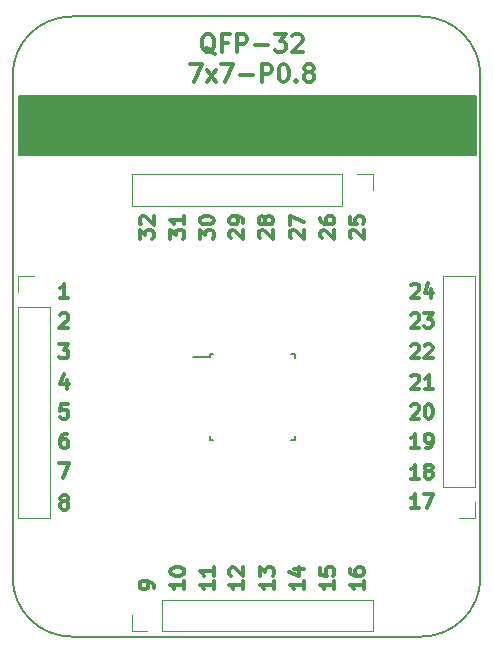
<source format=gbr>
G04 #@! TF.GenerationSoftware,KiCad,Pcbnew,5.1.4-e60b266~84~ubuntu19.04.1*
G04 #@! TF.CreationDate,2019-10-06T15:32:56+03:00*
G04 #@! TF.ProjectId,BRK-QFP-32-7x7-P0.8,42524b2d-5146-4502-9d33-322d3778372d,v1.0*
G04 #@! TF.SameCoordinates,Original*
G04 #@! TF.FileFunction,Legend,Top*
G04 #@! TF.FilePolarity,Positive*
%FSLAX46Y46*%
G04 Gerber Fmt 4.6, Leading zero omitted, Abs format (unit mm)*
G04 Created by KiCad (PCBNEW 5.1.4-e60b266~84~ubuntu19.04.1) date 2019-10-06 15:32:56*
%MOMM*%
%LPD*%
G04 APERTURE LIST*
%ADD10C,0.300000*%
%ADD11C,0.150000*%
%ADD12C,0.120000*%
G04 APERTURE END LIST*
D10*
X49542857Y-49209285D02*
X49542857Y-48466428D01*
X50000000Y-48866428D01*
X50000000Y-48695000D01*
X50057142Y-48580714D01*
X50114285Y-48523571D01*
X50228571Y-48466428D01*
X50514285Y-48466428D01*
X50628571Y-48523571D01*
X50685714Y-48580714D01*
X50742857Y-48695000D01*
X50742857Y-49037857D01*
X50685714Y-49152142D01*
X50628571Y-49209285D01*
X49657142Y-48009285D02*
X49600000Y-47952142D01*
X49542857Y-47837857D01*
X49542857Y-47552142D01*
X49600000Y-47437857D01*
X49657142Y-47380714D01*
X49771428Y-47323571D01*
X49885714Y-47323571D01*
X50057142Y-47380714D01*
X50742857Y-48066428D01*
X50742857Y-47323571D01*
X52142857Y-49209285D02*
X52142857Y-48466428D01*
X52600000Y-48866428D01*
X52600000Y-48695000D01*
X52657142Y-48580714D01*
X52714285Y-48523571D01*
X52828571Y-48466428D01*
X53114285Y-48466428D01*
X53228571Y-48523571D01*
X53285714Y-48580714D01*
X53342857Y-48695000D01*
X53342857Y-49037857D01*
X53285714Y-49152142D01*
X53228571Y-49209285D01*
X53342857Y-47323571D02*
X53342857Y-48009285D01*
X53342857Y-47666428D02*
X52142857Y-47666428D01*
X52314285Y-47780714D01*
X52428571Y-47895000D01*
X52485714Y-48009285D01*
X54642857Y-49209285D02*
X54642857Y-48466428D01*
X55100000Y-48866428D01*
X55100000Y-48695000D01*
X55157142Y-48580714D01*
X55214285Y-48523571D01*
X55328571Y-48466428D01*
X55614285Y-48466428D01*
X55728571Y-48523571D01*
X55785714Y-48580714D01*
X55842857Y-48695000D01*
X55842857Y-49037857D01*
X55785714Y-49152142D01*
X55728571Y-49209285D01*
X54642857Y-47723571D02*
X54642857Y-47609285D01*
X54700000Y-47495000D01*
X54757142Y-47437857D01*
X54871428Y-47380714D01*
X55100000Y-47323571D01*
X55385714Y-47323571D01*
X55614285Y-47380714D01*
X55728571Y-47437857D01*
X55785714Y-47495000D01*
X55842857Y-47609285D01*
X55842857Y-47723571D01*
X55785714Y-47837857D01*
X55728571Y-47895000D01*
X55614285Y-47952142D01*
X55385714Y-48009285D01*
X55100000Y-48009285D01*
X54871428Y-47952142D01*
X54757142Y-47895000D01*
X54700000Y-47837857D01*
X54642857Y-47723571D01*
X57257142Y-49152142D02*
X57200000Y-49095000D01*
X57142857Y-48980714D01*
X57142857Y-48695000D01*
X57200000Y-48580714D01*
X57257142Y-48523571D01*
X57371428Y-48466428D01*
X57485714Y-48466428D01*
X57657142Y-48523571D01*
X58342857Y-49209285D01*
X58342857Y-48466428D01*
X58342857Y-47895000D02*
X58342857Y-47666428D01*
X58285714Y-47552142D01*
X58228571Y-47495000D01*
X58057142Y-47380714D01*
X57828571Y-47323571D01*
X57371428Y-47323571D01*
X57257142Y-47380714D01*
X57200000Y-47437857D01*
X57142857Y-47552142D01*
X57142857Y-47780714D01*
X57200000Y-47895000D01*
X57257142Y-47952142D01*
X57371428Y-48009285D01*
X57657142Y-48009285D01*
X57771428Y-47952142D01*
X57828571Y-47895000D01*
X57885714Y-47780714D01*
X57885714Y-47552142D01*
X57828571Y-47437857D01*
X57771428Y-47380714D01*
X57657142Y-47323571D01*
X59757142Y-49152142D02*
X59700000Y-49095000D01*
X59642857Y-48980714D01*
X59642857Y-48695000D01*
X59700000Y-48580714D01*
X59757142Y-48523571D01*
X59871428Y-48466428D01*
X59985714Y-48466428D01*
X60157142Y-48523571D01*
X60842857Y-49209285D01*
X60842857Y-48466428D01*
X60157142Y-47780714D02*
X60100000Y-47895000D01*
X60042857Y-47952142D01*
X59928571Y-48009285D01*
X59871428Y-48009285D01*
X59757142Y-47952142D01*
X59700000Y-47895000D01*
X59642857Y-47780714D01*
X59642857Y-47552142D01*
X59700000Y-47437857D01*
X59757142Y-47380714D01*
X59871428Y-47323571D01*
X59928571Y-47323571D01*
X60042857Y-47380714D01*
X60100000Y-47437857D01*
X60157142Y-47552142D01*
X60157142Y-47780714D01*
X60214285Y-47895000D01*
X60271428Y-47952142D01*
X60385714Y-48009285D01*
X60614285Y-48009285D01*
X60728571Y-47952142D01*
X60785714Y-47895000D01*
X60842857Y-47780714D01*
X60842857Y-47552142D01*
X60785714Y-47437857D01*
X60728571Y-47380714D01*
X60614285Y-47323571D01*
X60385714Y-47323571D01*
X60271428Y-47380714D01*
X60214285Y-47437857D01*
X60157142Y-47552142D01*
X62357142Y-49152142D02*
X62300000Y-49095000D01*
X62242857Y-48980714D01*
X62242857Y-48695000D01*
X62300000Y-48580714D01*
X62357142Y-48523571D01*
X62471428Y-48466428D01*
X62585714Y-48466428D01*
X62757142Y-48523571D01*
X63442857Y-49209285D01*
X63442857Y-48466428D01*
X62242857Y-48066428D02*
X62242857Y-47266428D01*
X63442857Y-47780714D01*
X64957142Y-49152142D02*
X64900000Y-49095000D01*
X64842857Y-48980714D01*
X64842857Y-48695000D01*
X64900000Y-48580714D01*
X64957142Y-48523571D01*
X65071428Y-48466428D01*
X65185714Y-48466428D01*
X65357142Y-48523571D01*
X66042857Y-49209285D01*
X66042857Y-48466428D01*
X64842857Y-47437857D02*
X64842857Y-47666428D01*
X64900000Y-47780714D01*
X64957142Y-47837857D01*
X65128571Y-47952142D01*
X65357142Y-48009285D01*
X65814285Y-48009285D01*
X65928571Y-47952142D01*
X65985714Y-47895000D01*
X66042857Y-47780714D01*
X66042857Y-47552142D01*
X65985714Y-47437857D01*
X65928571Y-47380714D01*
X65814285Y-47323571D01*
X65528571Y-47323571D01*
X65414285Y-47380714D01*
X65357142Y-47437857D01*
X65300000Y-47552142D01*
X65300000Y-47780714D01*
X65357142Y-47895000D01*
X65414285Y-47952142D01*
X65528571Y-48009285D01*
X72547857Y-53157142D02*
X72605000Y-53100000D01*
X72719285Y-53042857D01*
X73005000Y-53042857D01*
X73119285Y-53100000D01*
X73176428Y-53157142D01*
X73233571Y-53271428D01*
X73233571Y-53385714D01*
X73176428Y-53557142D01*
X72490714Y-54242857D01*
X73233571Y-54242857D01*
X74262142Y-53442857D02*
X74262142Y-54242857D01*
X73976428Y-52985714D02*
X73690714Y-53842857D01*
X74433571Y-53842857D01*
X72547857Y-55657142D02*
X72605000Y-55600000D01*
X72719285Y-55542857D01*
X73005000Y-55542857D01*
X73119285Y-55600000D01*
X73176428Y-55657142D01*
X73233571Y-55771428D01*
X73233571Y-55885714D01*
X73176428Y-56057142D01*
X72490714Y-56742857D01*
X73233571Y-56742857D01*
X73633571Y-55542857D02*
X74376428Y-55542857D01*
X73976428Y-56000000D01*
X74147857Y-56000000D01*
X74262142Y-56057142D01*
X74319285Y-56114285D01*
X74376428Y-56228571D01*
X74376428Y-56514285D01*
X74319285Y-56628571D01*
X74262142Y-56685714D01*
X74147857Y-56742857D01*
X73805000Y-56742857D01*
X73690714Y-56685714D01*
X73633571Y-56628571D01*
X72547857Y-58257142D02*
X72605000Y-58200000D01*
X72719285Y-58142857D01*
X73005000Y-58142857D01*
X73119285Y-58200000D01*
X73176428Y-58257142D01*
X73233571Y-58371428D01*
X73233571Y-58485714D01*
X73176428Y-58657142D01*
X72490714Y-59342857D01*
X73233571Y-59342857D01*
X73690714Y-58257142D02*
X73747857Y-58200000D01*
X73862142Y-58142857D01*
X74147857Y-58142857D01*
X74262142Y-58200000D01*
X74319285Y-58257142D01*
X74376428Y-58371428D01*
X74376428Y-58485714D01*
X74319285Y-58657142D01*
X73633571Y-59342857D01*
X74376428Y-59342857D01*
X72547857Y-60857142D02*
X72605000Y-60800000D01*
X72719285Y-60742857D01*
X73005000Y-60742857D01*
X73119285Y-60800000D01*
X73176428Y-60857142D01*
X73233571Y-60971428D01*
X73233571Y-61085714D01*
X73176428Y-61257142D01*
X72490714Y-61942857D01*
X73233571Y-61942857D01*
X74376428Y-61942857D02*
X73690714Y-61942857D01*
X74033571Y-61942857D02*
X74033571Y-60742857D01*
X73919285Y-60914285D01*
X73805000Y-61028571D01*
X73690714Y-61085714D01*
X72547857Y-63357142D02*
X72605000Y-63300000D01*
X72719285Y-63242857D01*
X73005000Y-63242857D01*
X73119285Y-63300000D01*
X73176428Y-63357142D01*
X73233571Y-63471428D01*
X73233571Y-63585714D01*
X73176428Y-63757142D01*
X72490714Y-64442857D01*
X73233571Y-64442857D01*
X73976428Y-63242857D02*
X74090714Y-63242857D01*
X74205000Y-63300000D01*
X74262142Y-63357142D01*
X74319285Y-63471428D01*
X74376428Y-63700000D01*
X74376428Y-63985714D01*
X74319285Y-64214285D01*
X74262142Y-64328571D01*
X74205000Y-64385714D01*
X74090714Y-64442857D01*
X73976428Y-64442857D01*
X73862142Y-64385714D01*
X73805000Y-64328571D01*
X73747857Y-64214285D01*
X73690714Y-63985714D01*
X73690714Y-63700000D01*
X73747857Y-63471428D01*
X73805000Y-63357142D01*
X73862142Y-63300000D01*
X73976428Y-63242857D01*
X73233571Y-66942857D02*
X72547857Y-66942857D01*
X72890714Y-66942857D02*
X72890714Y-65742857D01*
X72776428Y-65914285D01*
X72662142Y-66028571D01*
X72547857Y-66085714D01*
X73805000Y-66942857D02*
X74033571Y-66942857D01*
X74147857Y-66885714D01*
X74205000Y-66828571D01*
X74319285Y-66657142D01*
X74376428Y-66428571D01*
X74376428Y-65971428D01*
X74319285Y-65857142D01*
X74262142Y-65800000D01*
X74147857Y-65742857D01*
X73919285Y-65742857D01*
X73805000Y-65800000D01*
X73747857Y-65857142D01*
X73690714Y-65971428D01*
X73690714Y-66257142D01*
X73747857Y-66371428D01*
X73805000Y-66428571D01*
X73919285Y-66485714D01*
X74147857Y-66485714D01*
X74262142Y-66428571D01*
X74319285Y-66371428D01*
X74376428Y-66257142D01*
X73233571Y-69542857D02*
X72547857Y-69542857D01*
X72890714Y-69542857D02*
X72890714Y-68342857D01*
X72776428Y-68514285D01*
X72662142Y-68628571D01*
X72547857Y-68685714D01*
X73919285Y-68857142D02*
X73805000Y-68800000D01*
X73747857Y-68742857D01*
X73690714Y-68628571D01*
X73690714Y-68571428D01*
X73747857Y-68457142D01*
X73805000Y-68400000D01*
X73919285Y-68342857D01*
X74147857Y-68342857D01*
X74262142Y-68400000D01*
X74319285Y-68457142D01*
X74376428Y-68571428D01*
X74376428Y-68628571D01*
X74319285Y-68742857D01*
X74262142Y-68800000D01*
X74147857Y-68857142D01*
X73919285Y-68857142D01*
X73805000Y-68914285D01*
X73747857Y-68971428D01*
X73690714Y-69085714D01*
X73690714Y-69314285D01*
X73747857Y-69428571D01*
X73805000Y-69485714D01*
X73919285Y-69542857D01*
X74147857Y-69542857D01*
X74262142Y-69485714D01*
X74319285Y-69428571D01*
X74376428Y-69314285D01*
X74376428Y-69085714D01*
X74319285Y-68971428D01*
X74262142Y-68914285D01*
X74147857Y-68857142D01*
X68542857Y-78190714D02*
X68542857Y-78876428D01*
X68542857Y-78533571D02*
X67342857Y-78533571D01*
X67514285Y-78647857D01*
X67628571Y-78762142D01*
X67685714Y-78876428D01*
X67342857Y-77162142D02*
X67342857Y-77390714D01*
X67400000Y-77505000D01*
X67457142Y-77562142D01*
X67628571Y-77676428D01*
X67857142Y-77733571D01*
X68314285Y-77733571D01*
X68428571Y-77676428D01*
X68485714Y-77619285D01*
X68542857Y-77505000D01*
X68542857Y-77276428D01*
X68485714Y-77162142D01*
X68428571Y-77105000D01*
X68314285Y-77047857D01*
X68028571Y-77047857D01*
X67914285Y-77105000D01*
X67857142Y-77162142D01*
X67800000Y-77276428D01*
X67800000Y-77505000D01*
X67857142Y-77619285D01*
X67914285Y-77676428D01*
X68028571Y-77733571D01*
X66042857Y-78190714D02*
X66042857Y-78876428D01*
X66042857Y-78533571D02*
X64842857Y-78533571D01*
X65014285Y-78647857D01*
X65128571Y-78762142D01*
X65185714Y-78876428D01*
X64842857Y-77105000D02*
X64842857Y-77676428D01*
X65414285Y-77733571D01*
X65357142Y-77676428D01*
X65300000Y-77562142D01*
X65300000Y-77276428D01*
X65357142Y-77162142D01*
X65414285Y-77105000D01*
X65528571Y-77047857D01*
X65814285Y-77047857D01*
X65928571Y-77105000D01*
X65985714Y-77162142D01*
X66042857Y-77276428D01*
X66042857Y-77562142D01*
X65985714Y-77676428D01*
X65928571Y-77733571D01*
X63442857Y-78190714D02*
X63442857Y-78876428D01*
X63442857Y-78533571D02*
X62242857Y-78533571D01*
X62414285Y-78647857D01*
X62528571Y-78762142D01*
X62585714Y-78876428D01*
X62642857Y-77162142D02*
X63442857Y-77162142D01*
X62185714Y-77447857D02*
X63042857Y-77733571D01*
X63042857Y-76990714D01*
X60942857Y-78190714D02*
X60942857Y-78876428D01*
X60942857Y-78533571D02*
X59742857Y-78533571D01*
X59914285Y-78647857D01*
X60028571Y-78762142D01*
X60085714Y-78876428D01*
X59742857Y-77790714D02*
X59742857Y-77047857D01*
X60200000Y-77447857D01*
X60200000Y-77276428D01*
X60257142Y-77162142D01*
X60314285Y-77105000D01*
X60428571Y-77047857D01*
X60714285Y-77047857D01*
X60828571Y-77105000D01*
X60885714Y-77162142D01*
X60942857Y-77276428D01*
X60942857Y-77619285D01*
X60885714Y-77733571D01*
X60828571Y-77790714D01*
X58342857Y-78190714D02*
X58342857Y-78876428D01*
X58342857Y-78533571D02*
X57142857Y-78533571D01*
X57314285Y-78647857D01*
X57428571Y-78762142D01*
X57485714Y-78876428D01*
X57257142Y-77733571D02*
X57200000Y-77676428D01*
X57142857Y-77562142D01*
X57142857Y-77276428D01*
X57200000Y-77162142D01*
X57257142Y-77105000D01*
X57371428Y-77047857D01*
X57485714Y-77047857D01*
X57657142Y-77105000D01*
X58342857Y-77790714D01*
X58342857Y-77047857D01*
X55842857Y-78190714D02*
X55842857Y-78876428D01*
X55842857Y-78533571D02*
X54642857Y-78533571D01*
X54814285Y-78647857D01*
X54928571Y-78762142D01*
X54985714Y-78876428D01*
X55842857Y-77047857D02*
X55842857Y-77733571D01*
X55842857Y-77390714D02*
X54642857Y-77390714D01*
X54814285Y-77505000D01*
X54928571Y-77619285D01*
X54985714Y-77733571D01*
X53342857Y-78190714D02*
X53342857Y-78876428D01*
X53342857Y-78533571D02*
X52142857Y-78533571D01*
X52314285Y-78647857D01*
X52428571Y-78762142D01*
X52485714Y-78876428D01*
X52142857Y-77447857D02*
X52142857Y-77333571D01*
X52200000Y-77219285D01*
X52257142Y-77162142D01*
X52371428Y-77105000D01*
X52600000Y-77047857D01*
X52885714Y-77047857D01*
X53114285Y-77105000D01*
X53228571Y-77162142D01*
X53285714Y-77219285D01*
X53342857Y-77333571D01*
X53342857Y-77447857D01*
X53285714Y-77562142D01*
X53228571Y-77619285D01*
X53114285Y-77676428D01*
X52885714Y-77733571D01*
X52600000Y-77733571D01*
X52371428Y-77676428D01*
X52257142Y-77619285D01*
X52200000Y-77562142D01*
X52142857Y-77447857D01*
X43052142Y-71457142D02*
X42937857Y-71400000D01*
X42880714Y-71342857D01*
X42823571Y-71228571D01*
X42823571Y-71171428D01*
X42880714Y-71057142D01*
X42937857Y-71000000D01*
X43052142Y-70942857D01*
X43280714Y-70942857D01*
X43395000Y-71000000D01*
X43452142Y-71057142D01*
X43509285Y-71171428D01*
X43509285Y-71228571D01*
X43452142Y-71342857D01*
X43395000Y-71400000D01*
X43280714Y-71457142D01*
X43052142Y-71457142D01*
X42937857Y-71514285D01*
X42880714Y-71571428D01*
X42823571Y-71685714D01*
X42823571Y-71914285D01*
X42880714Y-72028571D01*
X42937857Y-72085714D01*
X43052142Y-72142857D01*
X43280714Y-72142857D01*
X43395000Y-72085714D01*
X43452142Y-72028571D01*
X43509285Y-71914285D01*
X43509285Y-71685714D01*
X43452142Y-71571428D01*
X43395000Y-71514285D01*
X43280714Y-71457142D01*
X42766428Y-68242857D02*
X43566428Y-68242857D01*
X43052142Y-69442857D01*
X43395000Y-65742857D02*
X43166428Y-65742857D01*
X43052142Y-65800000D01*
X42995000Y-65857142D01*
X42880714Y-66028571D01*
X42823571Y-66257142D01*
X42823571Y-66714285D01*
X42880714Y-66828571D01*
X42937857Y-66885714D01*
X43052142Y-66942857D01*
X43280714Y-66942857D01*
X43395000Y-66885714D01*
X43452142Y-66828571D01*
X43509285Y-66714285D01*
X43509285Y-66428571D01*
X43452142Y-66314285D01*
X43395000Y-66257142D01*
X43280714Y-66200000D01*
X43052142Y-66200000D01*
X42937857Y-66257142D01*
X42880714Y-66314285D01*
X42823571Y-66428571D01*
X43452142Y-63242857D02*
X42880714Y-63242857D01*
X42823571Y-63814285D01*
X42880714Y-63757142D01*
X42995000Y-63700000D01*
X43280714Y-63700000D01*
X43395000Y-63757142D01*
X43452142Y-63814285D01*
X43509285Y-63928571D01*
X43509285Y-64214285D01*
X43452142Y-64328571D01*
X43395000Y-64385714D01*
X43280714Y-64442857D01*
X42995000Y-64442857D01*
X42880714Y-64385714D01*
X42823571Y-64328571D01*
X43395000Y-61142857D02*
X43395000Y-61942857D01*
X43109285Y-60685714D02*
X42823571Y-61542857D01*
X43566428Y-61542857D01*
X42766428Y-58142857D02*
X43509285Y-58142857D01*
X43109285Y-58600000D01*
X43280714Y-58600000D01*
X43395000Y-58657142D01*
X43452142Y-58714285D01*
X43509285Y-58828571D01*
X43509285Y-59114285D01*
X43452142Y-59228571D01*
X43395000Y-59285714D01*
X43280714Y-59342857D01*
X42937857Y-59342857D01*
X42823571Y-59285714D01*
X42766428Y-59228571D01*
X42823571Y-55657142D02*
X42880714Y-55600000D01*
X42995000Y-55542857D01*
X43280714Y-55542857D01*
X43395000Y-55600000D01*
X43452142Y-55657142D01*
X43509285Y-55771428D01*
X43509285Y-55885714D01*
X43452142Y-56057142D01*
X42766428Y-56742857D01*
X43509285Y-56742857D01*
X67457142Y-49152142D02*
X67400000Y-49095000D01*
X67342857Y-48980714D01*
X67342857Y-48695000D01*
X67400000Y-48580714D01*
X67457142Y-48523571D01*
X67571428Y-48466428D01*
X67685714Y-48466428D01*
X67857142Y-48523571D01*
X68542857Y-49209285D01*
X68542857Y-48466428D01*
X67342857Y-47380714D02*
X67342857Y-47952142D01*
X67914285Y-48009285D01*
X67857142Y-47952142D01*
X67800000Y-47837857D01*
X67800000Y-47552142D01*
X67857142Y-47437857D01*
X67914285Y-47380714D01*
X68028571Y-47323571D01*
X68314285Y-47323571D01*
X68428571Y-47380714D01*
X68485714Y-47437857D01*
X68542857Y-47552142D01*
X68542857Y-47837857D01*
X68485714Y-47952142D01*
X68428571Y-48009285D01*
X73233571Y-72042857D02*
X72547857Y-72042857D01*
X72890714Y-72042857D02*
X72890714Y-70842857D01*
X72776428Y-71014285D01*
X72662142Y-71128571D01*
X72547857Y-71185714D01*
X73633571Y-70842857D02*
X74433571Y-70842857D01*
X73919285Y-72042857D01*
D11*
X73400000Y-30400000D02*
G75*
G02X78400000Y-35400000I0J-5000000D01*
G01*
X38800000Y-35400000D02*
G75*
G02X43800000Y-30400000I5000000J0D01*
G01*
X78400000Y-77900000D02*
G75*
G02X73400000Y-82900000I-5000000J0D01*
G01*
D10*
X50742857Y-78762142D02*
X50742857Y-78533571D01*
X50685714Y-78419285D01*
X50628571Y-78362142D01*
X50457142Y-78247857D01*
X50228571Y-78190714D01*
X49771428Y-78190714D01*
X49657142Y-78247857D01*
X49600000Y-78305000D01*
X49542857Y-78419285D01*
X49542857Y-78647857D01*
X49600000Y-78762142D01*
X49657142Y-78819285D01*
X49771428Y-78876428D01*
X50057142Y-78876428D01*
X50171428Y-78819285D01*
X50228571Y-78762142D01*
X50285714Y-78647857D01*
X50285714Y-78419285D01*
X50228571Y-78305000D01*
X50171428Y-78247857D01*
X50057142Y-78190714D01*
D11*
X43800000Y-82900000D02*
G75*
G02X38800000Y-77900000I0J5000000D01*
G01*
D10*
X43509285Y-54242857D02*
X42823571Y-54242857D01*
X43166428Y-54242857D02*
X43166428Y-53042857D01*
X43052142Y-53214285D01*
X42937857Y-53328571D01*
X42823571Y-53385714D01*
D11*
X73400000Y-82900000D02*
X43800000Y-82900000D01*
G36*
X78000000Y-42100000D02*
G01*
X39300000Y-42100000D01*
X39300000Y-37100000D01*
X78000000Y-37100000D01*
X78000000Y-42100000D01*
G37*
X78000000Y-42100000D02*
X39300000Y-42100000D01*
X39300000Y-37100000D01*
X78000000Y-37100000D01*
X78000000Y-42100000D01*
X78400000Y-35400000D02*
X78400000Y-77900000D01*
D10*
X55921428Y-33546428D02*
X55778571Y-33475000D01*
X55635714Y-33332142D01*
X55421428Y-33117857D01*
X55278571Y-33046428D01*
X55135714Y-33046428D01*
X55207142Y-33403571D02*
X55064285Y-33332142D01*
X54921428Y-33189285D01*
X54850000Y-32903571D01*
X54850000Y-32403571D01*
X54921428Y-32117857D01*
X55064285Y-31975000D01*
X55207142Y-31903571D01*
X55492857Y-31903571D01*
X55635714Y-31975000D01*
X55778571Y-32117857D01*
X55850000Y-32403571D01*
X55850000Y-32903571D01*
X55778571Y-33189285D01*
X55635714Y-33332142D01*
X55492857Y-33403571D01*
X55207142Y-33403571D01*
X56992857Y-32617857D02*
X56492857Y-32617857D01*
X56492857Y-33403571D02*
X56492857Y-31903571D01*
X57207142Y-31903571D01*
X57778571Y-33403571D02*
X57778571Y-31903571D01*
X58350000Y-31903571D01*
X58492857Y-31975000D01*
X58564285Y-32046428D01*
X58635714Y-32189285D01*
X58635714Y-32403571D01*
X58564285Y-32546428D01*
X58492857Y-32617857D01*
X58350000Y-32689285D01*
X57778571Y-32689285D01*
X59278571Y-32832142D02*
X60421428Y-32832142D01*
X60992857Y-31903571D02*
X61921428Y-31903571D01*
X61421428Y-32475000D01*
X61635714Y-32475000D01*
X61778571Y-32546428D01*
X61850000Y-32617857D01*
X61921428Y-32760714D01*
X61921428Y-33117857D01*
X61850000Y-33260714D01*
X61778571Y-33332142D01*
X61635714Y-33403571D01*
X61207142Y-33403571D01*
X61064285Y-33332142D01*
X60992857Y-33260714D01*
X62492857Y-32046428D02*
X62564285Y-31975000D01*
X62707142Y-31903571D01*
X63064285Y-31903571D01*
X63207142Y-31975000D01*
X63278571Y-32046428D01*
X63350000Y-32189285D01*
X63350000Y-32332142D01*
X63278571Y-32546428D01*
X62421428Y-33403571D01*
X63350000Y-33403571D01*
X53814285Y-34453571D02*
X54814285Y-34453571D01*
X54171428Y-35953571D01*
X55242857Y-35953571D02*
X56028571Y-34953571D01*
X55242857Y-34953571D02*
X56028571Y-35953571D01*
X56457142Y-34453571D02*
X57457142Y-34453571D01*
X56814285Y-35953571D01*
X58028571Y-35382142D02*
X59171428Y-35382142D01*
X59885714Y-35953571D02*
X59885714Y-34453571D01*
X60457142Y-34453571D01*
X60600000Y-34525000D01*
X60671428Y-34596428D01*
X60742857Y-34739285D01*
X60742857Y-34953571D01*
X60671428Y-35096428D01*
X60600000Y-35167857D01*
X60457142Y-35239285D01*
X59885714Y-35239285D01*
X61671428Y-34453571D02*
X61814285Y-34453571D01*
X61957142Y-34525000D01*
X62028571Y-34596428D01*
X62100000Y-34739285D01*
X62171428Y-35025000D01*
X62171428Y-35382142D01*
X62100000Y-35667857D01*
X62028571Y-35810714D01*
X61957142Y-35882142D01*
X61814285Y-35953571D01*
X61671428Y-35953571D01*
X61528571Y-35882142D01*
X61457142Y-35810714D01*
X61385714Y-35667857D01*
X61314285Y-35382142D01*
X61314285Y-35025000D01*
X61385714Y-34739285D01*
X61457142Y-34596428D01*
X61528571Y-34525000D01*
X61671428Y-34453571D01*
X62814285Y-35810714D02*
X62885714Y-35882142D01*
X62814285Y-35953571D01*
X62742857Y-35882142D01*
X62814285Y-35810714D01*
X62814285Y-35953571D01*
X63742857Y-35096428D02*
X63600000Y-35025000D01*
X63528571Y-34953571D01*
X63457142Y-34810714D01*
X63457142Y-34739285D01*
X63528571Y-34596428D01*
X63600000Y-34525000D01*
X63742857Y-34453571D01*
X64028571Y-34453571D01*
X64171428Y-34525000D01*
X64242857Y-34596428D01*
X64314285Y-34739285D01*
X64314285Y-34810714D01*
X64242857Y-34953571D01*
X64171428Y-35025000D01*
X64028571Y-35096428D01*
X63742857Y-35096428D01*
X63600000Y-35167857D01*
X63528571Y-35239285D01*
X63457142Y-35382142D01*
X63457142Y-35667857D01*
X63528571Y-35810714D01*
X63600000Y-35882142D01*
X63742857Y-35953571D01*
X64028571Y-35953571D01*
X64171428Y-35882142D01*
X64242857Y-35810714D01*
X64314285Y-35667857D01*
X64314285Y-35382142D01*
X64242857Y-35239285D01*
X64171428Y-35167857D01*
X64028571Y-35096428D01*
D11*
X43800000Y-30400000D02*
X73400000Y-30400000D01*
X38800000Y-77900000D02*
X38800000Y-35400000D01*
X55475000Y-59200000D02*
X54050000Y-59200000D01*
X62725000Y-58975000D02*
X62400000Y-58975000D01*
X62725000Y-66225000D02*
X62400000Y-66225000D01*
X55475000Y-66225000D02*
X55800000Y-66225000D01*
X55475000Y-58975000D02*
X55800000Y-58975000D01*
X55475000Y-66225000D02*
X55475000Y-65900000D01*
X62725000Y-66225000D02*
X62725000Y-65900000D01*
X62725000Y-58975000D02*
X62725000Y-59300000D01*
X55475000Y-58975000D02*
X55475000Y-59200000D01*
D12*
X69320000Y-43770000D02*
X69320000Y-45100000D01*
X67990000Y-43770000D02*
X69320000Y-43770000D01*
X66720000Y-43770000D02*
X66720000Y-46430000D01*
X66720000Y-46430000D02*
X48880000Y-46430000D01*
X66720000Y-43770000D02*
X48880000Y-43770000D01*
X48880000Y-43770000D02*
X48880000Y-46430000D01*
X77930000Y-72820000D02*
X76600000Y-72820000D01*
X77930000Y-71490000D02*
X77930000Y-72820000D01*
X77930000Y-70220000D02*
X75270000Y-70220000D01*
X75270000Y-70220000D02*
X75270000Y-52380000D01*
X77930000Y-70220000D02*
X77930000Y-52380000D01*
X77930000Y-52380000D02*
X75270000Y-52380000D01*
X48880000Y-82430000D02*
X48880000Y-81100000D01*
X50210000Y-82430000D02*
X48880000Y-82430000D01*
X51480000Y-82430000D02*
X51480000Y-79770000D01*
X51480000Y-79770000D02*
X69320000Y-79770000D01*
X51480000Y-82430000D02*
X69320000Y-82430000D01*
X69320000Y-82430000D02*
X69320000Y-79770000D01*
X39270000Y-52380000D02*
X40600000Y-52380000D01*
X39270000Y-53710000D02*
X39270000Y-52380000D01*
X39270000Y-54980000D02*
X41930000Y-54980000D01*
X41930000Y-54980000D02*
X41930000Y-72820000D01*
X39270000Y-54980000D02*
X39270000Y-72820000D01*
X39270000Y-72820000D02*
X41930000Y-72820000D01*
M02*

</source>
